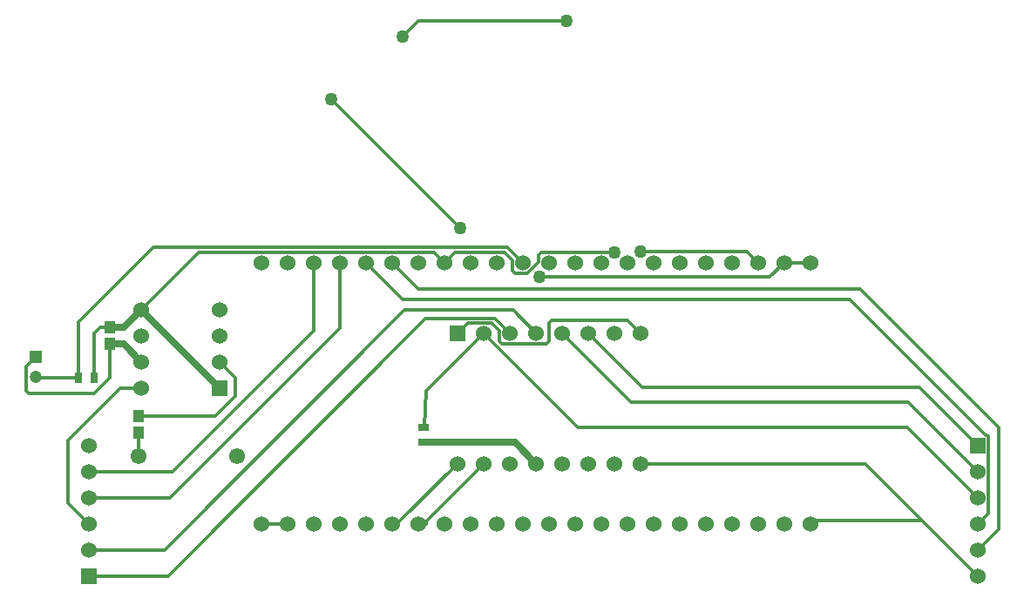
<source format=gbr>
%TF.GenerationSoftware,Altium Limited,Altium Designer,24.2.2 (26)*%
G04 Layer_Physical_Order=2*
G04 Layer_Color=16711680*
%FSLAX45Y45*%
%MOMM*%
%TF.SameCoordinates,259198F7-C233-4D65-A8A2-2B75CB696E96*%
%TF.FilePolarity,Positive*%
%TF.FileFunction,Copper,L2,Bot,Signal*%
%TF.Part,Single*%
G01*
G75*
%TA.AperFunction,SMDPad,CuDef*%
%ADD14R,1.06822X1.20651*%
%TA.AperFunction,Conductor*%
%ADD17C,0.30000*%
%ADD18C,0.70000*%
%TA.AperFunction,ComponentPad*%
%ADD20C,1.52400*%
%ADD21R,1.52400X1.52400*%
%ADD22C,1.55000*%
%ADD23R,1.52400X1.52400*%
%ADD24C,1.20000*%
%ADD25R,1.20000X1.20000*%
%TA.AperFunction,ViaPad*%
%ADD26C,1.27000*%
%TA.AperFunction,SMDPad,CuDef*%
%ADD27R,0.80000X1.00000*%
%ADD28R,1.00000X0.80000*%
D14*
X5816600Y3206786D02*
D03*
Y3041614D02*
D03*
X5537200Y3905214D02*
D03*
Y4070386D02*
D03*
D17*
X8610600Y2159000D02*
Y2184400D01*
X13431520Y2189480D02*
X13970000Y1651000D01*
X12877800Y2743200D02*
X13431520Y2189480D01*
X8280400Y2181860D02*
X8354060D01*
X4817801Y3582203D02*
X5233599D01*
X5638800Y3479800D02*
X5842000D01*
X5130800Y2971800D02*
X5638800Y3479800D01*
X5130800Y2362200D02*
Y2971800D01*
Y2362200D02*
X5334000Y2159000D01*
X7688580Y6286500D02*
X8940800Y5034280D01*
X11948876Y4557476D02*
X12090400Y4699000D01*
X9713676Y4557476D02*
X11948876D01*
X13285399Y3097601D02*
X13970000Y2413000D01*
X10084999Y3097601D02*
X13285399D01*
X9169400Y4013200D02*
X10084999Y3097601D01*
X8585200D02*
X8595203D01*
X8610199Y3453999D01*
X9169400Y4013200D01*
X5816600Y2824998D02*
X5822198Y2819400D01*
X5816600Y2824998D02*
Y3041614D01*
X4724400Y3690402D02*
X4816998Y3783000D01*
X4724400Y3454400D02*
Y3690402D01*
Y3454400D02*
X4749800Y3429000D01*
X5385069D01*
X5537200Y3581131D01*
Y3905214D01*
X10693400Y2743200D02*
X12877800D01*
X12382500Y2189480D02*
X13431520D01*
X12344400Y2159000D02*
X12382500Y2189480D01*
X5816600Y3206786D02*
X6559586D01*
X6756400Y3403600D01*
Y3581400D01*
X6604000Y3733800D02*
X6756400Y3581400D01*
X13970000Y2159000D02*
X14071361Y2260361D01*
Y3007619D01*
X14056619Y3022361D02*
X14071361Y3007619D01*
X14046864Y3022361D02*
X14056619D01*
X12725822Y4343400D02*
X14046864Y3022361D01*
X8382000Y4343400D02*
X12725822D01*
X8026400Y4699000D02*
X8382000Y4343400D01*
X5383601Y3581400D02*
Y4012001D01*
X5441986Y4070386D01*
X5537200D01*
X5233599Y3582203D02*
Y4115999D01*
X5965403Y4847803D01*
X9401597D01*
X9550400Y4699000D01*
X4816998Y3583000D02*
X4817801Y3582203D01*
X5233599Y3581400D02*
Y3582203D01*
X9728200Y4800600D02*
X10439400D01*
X9702800Y4775200D02*
X9728200Y4800600D01*
X9702800Y4701540D02*
Y4775200D01*
X9598899Y4597639D02*
X9702800Y4701540D01*
X9474200Y4597639D02*
X9598899D01*
X9448800Y4623039D02*
X9474200Y4597639D01*
X9448800Y4623039D02*
Y4724400D01*
X9372600Y4800600D02*
X9448800Y4724400D01*
X8890000Y4800600D02*
X9372600D01*
X8788400Y4699000D02*
X8890000Y4800600D01*
X8915400Y4013200D02*
X9016761Y4114561D01*
X9245600D01*
X9321800Y4038361D01*
Y3937000D02*
Y4038361D01*
Y3937000D02*
X9347200Y3911600D01*
X9779000D01*
X9804400Y3937000D01*
Y4112260D01*
X9829800Y4137660D01*
X10568940D01*
X10693400Y4013200D01*
X8280400Y4699000D02*
X8534400Y4445000D01*
X12827000D01*
X14173199Y3098800D01*
Y2108200D02*
Y3098800D01*
X13970000Y1905000D02*
X14173199Y2108200D01*
X9281876Y4154724D02*
X9423400Y4013200D01*
X8607857Y4154724D02*
X9281876D01*
X6104133Y1651000D02*
X8607857Y4154724D01*
X5334000Y1651000D02*
X6104133D01*
X10693400Y4808220D02*
X11727180D01*
X11836400Y4699000D01*
X8536940Y7053580D02*
X9977120D01*
X8382000Y6898640D02*
X8536940Y7053580D01*
X8534400Y2159000D02*
X8610600D01*
Y2184400D02*
X9169400Y2743200D01*
X8280400Y2159000D02*
Y2181860D01*
X8354060D02*
X8915400Y2743200D01*
X8687039Y4800361D02*
X8788400Y4699000D01*
X6400561Y4800361D02*
X8687039D01*
X5842000Y4241800D02*
X6400561Y4800361D01*
X12090400Y4699000D02*
X12344400D01*
X7010400Y2159000D02*
X7264400D01*
X5334000Y1905000D02*
X6070600D01*
X8400501Y4234901D01*
X9455699D01*
X9677400Y4013200D01*
X10185400D02*
X10714152Y3484448D01*
X13406552D01*
X13970000Y2921000D01*
X9931400Y4013200D02*
X10604500Y3340100D01*
X13296899D01*
X13970000Y2667000D01*
X5334000Y2413000D02*
X6121400D01*
X7772400Y4064000D01*
Y4699000D01*
X5334000Y2667000D02*
X6146800D01*
X7518400Y4038600D01*
Y4699000D01*
D18*
X5537200Y3905214D02*
X5670586D01*
X5842000Y3733800D01*
X8585200Y2947599D02*
X9473001D01*
X9677400Y2743200D01*
X5537200Y4070386D02*
X5670586D01*
X5842000Y4241800D01*
X6604000Y3479800D01*
D20*
X12090400Y4699000D02*
D03*
X11836400D02*
D03*
X11582400D02*
D03*
X11328400D02*
D03*
X11074400D02*
D03*
X10820400D02*
D03*
X10566400D02*
D03*
X10312400D02*
D03*
X10058400D02*
D03*
X9804400D02*
D03*
X9550400D02*
D03*
X9296400D02*
D03*
X9042400D02*
D03*
X8788400D02*
D03*
X8534400D02*
D03*
X8280400D02*
D03*
X8026400D02*
D03*
X7772400D02*
D03*
X7518400D02*
D03*
X7264400D02*
D03*
X7010400D02*
D03*
X12344400Y2159000D02*
D03*
X12090400D02*
D03*
X11836400D02*
D03*
X11582400D02*
D03*
X11328400D02*
D03*
X11074400D02*
D03*
X10820400D02*
D03*
X10566400D02*
D03*
X10312400D02*
D03*
X10058400D02*
D03*
X9804400D02*
D03*
X9550400D02*
D03*
X9296400D02*
D03*
X9042400D02*
D03*
X8788400D02*
D03*
X8280400D02*
D03*
X8026400D02*
D03*
X7772400D02*
D03*
X7518400D02*
D03*
X7264400D02*
D03*
X7010400D02*
D03*
X12344400Y4699000D02*
D03*
X8534400Y2159000D02*
D03*
X6604000Y3733800D02*
D03*
Y3987800D02*
D03*
Y4241800D02*
D03*
X5842000Y3479800D02*
D03*
Y3733800D02*
D03*
Y3987800D02*
D03*
Y4241800D02*
D03*
X9169400Y4013200D02*
D03*
X9423400D02*
D03*
X9677400D02*
D03*
X9931400D02*
D03*
X10185400D02*
D03*
X10439400D02*
D03*
X10693400D02*
D03*
Y2743200D02*
D03*
X10439400D02*
D03*
X10185400D02*
D03*
X9931400D02*
D03*
X9677400D02*
D03*
X9423400D02*
D03*
X9169400D02*
D03*
X8915400D02*
D03*
X13970000Y2667000D02*
D03*
Y2413000D02*
D03*
Y2159000D02*
D03*
Y1905000D02*
D03*
Y1651000D02*
D03*
X5334000Y1905000D02*
D03*
Y2159000D02*
D03*
Y2413000D02*
D03*
Y2667000D02*
D03*
Y2921000D02*
D03*
D21*
X6604000Y3479800D02*
D03*
X13970000Y2921000D02*
D03*
X5334000Y1651000D02*
D03*
D22*
X5822198Y2819400D02*
D03*
X6776202D02*
D03*
D23*
X8915400Y4013200D02*
D03*
D24*
X4816998Y3583000D02*
D03*
D25*
Y3783000D02*
D03*
D26*
X7688580Y6286500D02*
D03*
X8940800Y5034280D02*
D03*
X9713676Y4557476D02*
D03*
X10439400Y4800600D02*
D03*
X10693400Y4808220D02*
D03*
X9977120Y7053580D02*
D03*
X8382000Y6898640D02*
D03*
D27*
X5383601Y3581400D02*
D03*
X5233599D02*
D03*
D28*
X8585200Y3097601D02*
D03*
Y2947599D02*
D03*
%TF.MD5,57c40124b5a3cf72e70c2456ce068645*%
M02*

</source>
